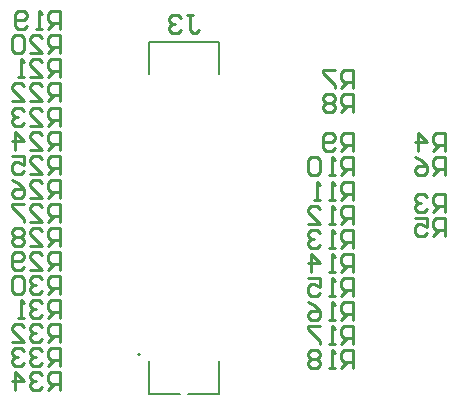
<source format=gbo>
G04*
G04 #@! TF.GenerationSoftware,Altium Limited,Altium Designer,19.0.15 (446)*
G04*
G04 Layer_Color=32896*
%FSLAX43Y43*%
%MOMM*%
G71*
G01*
G75*
%ADD10C,0.200*%
%ADD12C,0.127*%
%ADD14C,0.254*%
D10*
X36300Y26400D02*
G03*
X36300Y26400I-100J0D01*
G01*
D12*
X43000Y23100D02*
Y25830D01*
X40360Y23100D02*
X43000D01*
X37000D02*
X39640D01*
X37000D02*
Y25830D01*
X43000Y50170D02*
Y52900D01*
X37000D02*
X43000D01*
X37000Y50170D02*
Y52900D01*
D14*
X29535Y33602D02*
Y35125D01*
X28773D01*
X28519Y34872D01*
Y34364D01*
X28773Y34110D01*
X29535D01*
X29027D02*
X28519Y33602D01*
X26995D02*
X28011D01*
X26995Y34618D01*
Y34872D01*
X27249Y35125D01*
X27757D01*
X28011Y34872D01*
X26488Y33856D02*
X26234Y33602D01*
X25726D01*
X25472Y33856D01*
Y34872D01*
X25726Y35125D01*
X26234D01*
X26488Y34872D01*
Y34618D01*
X26234Y34364D01*
X25472D01*
X54295Y31392D02*
Y32916D01*
X53533D01*
X53279Y32662D01*
Y32154D01*
X53533Y31900D01*
X54295D01*
X53787D02*
X53279Y31392D01*
X52771D02*
X52264D01*
X52518D01*
Y32916D01*
X52771Y32662D01*
X50486Y32916D02*
X51502D01*
Y32154D01*
X50994Y32408D01*
X50740D01*
X50486Y32154D01*
Y31646D01*
X50740Y31392D01*
X51248D01*
X51502Y31646D01*
X54295Y25281D02*
Y26805D01*
X53534D01*
X53280Y26551D01*
Y26043D01*
X53534Y25789D01*
X54295D01*
X53788D02*
X53280Y25281D01*
X52772D02*
X52264D01*
X52518D01*
Y26805D01*
X52772Y26551D01*
X51502D02*
X51248Y26805D01*
X50741D01*
X50487Y26551D01*
Y26297D01*
X50741Y26043D01*
X50487Y25789D01*
Y25535D01*
X50741Y25281D01*
X51248D01*
X51502Y25535D01*
Y25789D01*
X51248Y26043D01*
X51502Y26297D01*
Y26551D01*
X51248Y26043D02*
X50741D01*
X29535Y45794D02*
Y47318D01*
X28773D01*
X28519Y47064D01*
Y46556D01*
X28773Y46302D01*
X29535D01*
X29027D02*
X28519Y45794D01*
X26996D02*
X28011D01*
X26996Y46810D01*
Y47064D01*
X27250Y47318D01*
X27758D01*
X28011Y47064D01*
X26488D02*
X26234Y47318D01*
X25726D01*
X25472Y47064D01*
Y46810D01*
X25726Y46556D01*
X25980D01*
X25726D01*
X25472Y46302D01*
Y46048D01*
X25726Y45794D01*
X26234D01*
X26488Y46048D01*
X29535Y43762D02*
Y45286D01*
X28773D01*
X28519Y45032D01*
Y44524D01*
X28773Y44270D01*
X29535D01*
X29027D02*
X28519Y43762D01*
X26996D02*
X28011D01*
X26996Y44778D01*
Y45032D01*
X27250Y45286D01*
X27758D01*
X28011Y45032D01*
X25726Y43762D02*
Y45286D01*
X26488Y44524D01*
X25472D01*
X29535Y41730D02*
Y43254D01*
X28773D01*
X28519Y43000D01*
Y42492D01*
X28773Y42238D01*
X29535D01*
X29027D02*
X28519Y41730D01*
X26996D02*
X28011D01*
X26996Y42746D01*
Y43000D01*
X27250Y43254D01*
X27758D01*
X28011Y43000D01*
X25472Y43254D02*
X26488D01*
Y42492D01*
X25980Y42746D01*
X25726D01*
X25472Y42492D01*
Y41984D01*
X25726Y41730D01*
X26234D01*
X26488Y41984D01*
X29535Y39698D02*
Y41222D01*
X28773D01*
X28519Y40968D01*
Y40460D01*
X28773Y40206D01*
X29535D01*
X29027D02*
X28519Y39698D01*
X26996D02*
X28011D01*
X26996Y40714D01*
Y40968D01*
X27250Y41222D01*
X27758D01*
X28011Y40968D01*
X25472Y41222D02*
X25980Y40968D01*
X26488Y40460D01*
Y39952D01*
X26234Y39698D01*
X25726D01*
X25472Y39952D01*
Y40206D01*
X25726Y40460D01*
X26488D01*
X54295Y37499D02*
Y39023D01*
X53534D01*
X53280Y38769D01*
Y38261D01*
X53534Y38007D01*
X54295D01*
X53788D02*
X53280Y37499D01*
X52772D02*
X52264D01*
X52518D01*
Y39023D01*
X52772Y38769D01*
X50487Y37499D02*
X51502D01*
X50487Y38515D01*
Y38769D01*
X50741Y39023D01*
X51248D01*
X51502Y38769D01*
X54295Y35463D02*
Y36987D01*
X53534D01*
X53280Y36733D01*
Y36225D01*
X53534Y35971D01*
X54295D01*
X53788D02*
X53280Y35463D01*
X52772D02*
X52264D01*
X52518D01*
Y36987D01*
X52772Y36733D01*
X51502D02*
X51248Y36987D01*
X50741D01*
X50487Y36733D01*
Y36479D01*
X50741Y36225D01*
X50995D01*
X50741D01*
X50487Y35971D01*
Y35717D01*
X50741Y35463D01*
X51248D01*
X51502Y35717D01*
X54295Y33427D02*
Y34951D01*
X53534D01*
X53280Y34697D01*
Y34189D01*
X53534Y33935D01*
X54295D01*
X53788D02*
X53280Y33427D01*
X52772D02*
X52264D01*
X52518D01*
Y34951D01*
X52772Y34697D01*
X50741Y33427D02*
Y34951D01*
X51502Y34189D01*
X50487D01*
X54295Y43607D02*
Y45131D01*
X53534D01*
X53280Y44877D01*
Y44369D01*
X53534Y44115D01*
X54295D01*
X53788D02*
X53280Y43607D01*
X52772Y43861D02*
X52518Y43607D01*
X52010D01*
X51756Y43861D01*
Y44877D01*
X52010Y45131D01*
X52518D01*
X52772Y44877D01*
Y44623D01*
X52518Y44369D01*
X51756D01*
X54295Y41571D02*
Y43095D01*
X53534D01*
X53280Y42841D01*
Y42333D01*
X53534Y42079D01*
X54295D01*
X53788D02*
X53280Y41571D01*
X52772D02*
X52264D01*
X52518D01*
Y43095D01*
X52772Y42841D01*
X51502D02*
X51248Y43095D01*
X50741D01*
X50487Y42841D01*
Y41825D01*
X50741Y41571D01*
X51248D01*
X51502Y41825D01*
Y42841D01*
X54295Y39535D02*
Y41059D01*
X53534D01*
X53280Y40805D01*
Y40297D01*
X53534Y40043D01*
X54295D01*
X53788D02*
X53280Y39535D01*
X52772D02*
X52264D01*
X52518D01*
Y41059D01*
X52772Y40805D01*
X51502Y39535D02*
X50995D01*
X51248D01*
Y41059D01*
X51502Y40805D01*
X54295Y48983D02*
Y50507D01*
X53534D01*
X53280Y50253D01*
Y49745D01*
X53534Y49491D01*
X54295D01*
X53788D02*
X53280Y48983D01*
X52772Y50507D02*
X51756D01*
Y50253D01*
X52772Y49237D01*
Y48983D01*
X54295Y46947D02*
Y48471D01*
X53534D01*
X53280Y48217D01*
Y47709D01*
X53534Y47455D01*
X54295D01*
X53788D02*
X53280Y46947D01*
X52772Y48217D02*
X52518Y48471D01*
X52010D01*
X51756Y48217D01*
Y47963D01*
X52010Y47709D01*
X51756Y47455D01*
Y47201D01*
X52010Y46947D01*
X52518D01*
X52772Y47201D01*
Y47455D01*
X52518Y47709D01*
X52772Y47963D01*
Y48217D01*
X52518Y47709D02*
X52010D01*
X54295Y29355D02*
Y30878D01*
X53534D01*
X53280Y30624D01*
Y30116D01*
X53534Y29862D01*
X54295D01*
X53788D02*
X53280Y29355D01*
X52772D02*
X52264D01*
X52518D01*
Y30878D01*
X52772Y30624D01*
X50487Y30878D02*
X50995Y30624D01*
X51502Y30116D01*
Y29609D01*
X51248Y29355D01*
X50741D01*
X50487Y29609D01*
Y29862D01*
X50741Y30116D01*
X51502D01*
X54295Y27318D02*
Y28842D01*
X53534D01*
X53280Y28588D01*
Y28080D01*
X53534Y27826D01*
X54295D01*
X53788D02*
X53280Y27318D01*
X52772D02*
X52264D01*
X52518D01*
Y28842D01*
X52772Y28588D01*
X51502Y28842D02*
X50487D01*
Y28588D01*
X51502Y27572D01*
Y27318D01*
X29535Y37666D02*
Y39189D01*
X28773D01*
X28519Y38936D01*
Y38428D01*
X28773Y38174D01*
X29535D01*
X29027D02*
X28519Y37666D01*
X26995D02*
X28011D01*
X26995Y38682D01*
Y38936D01*
X27249Y39189D01*
X27757D01*
X28011Y38936D01*
X26488Y39189D02*
X25472D01*
Y38936D01*
X26488Y37920D01*
Y37666D01*
X29535Y35634D02*
Y37158D01*
X28773D01*
X28519Y36904D01*
Y36396D01*
X28773Y36142D01*
X29535D01*
X29027D02*
X28519Y35634D01*
X26995D02*
X28011D01*
X26995Y36650D01*
Y36904D01*
X27249Y37158D01*
X27757D01*
X28011Y36904D01*
X26488D02*
X26234Y37158D01*
X25726D01*
X25472Y36904D01*
Y36650D01*
X25726Y36396D01*
X25472Y36142D01*
Y35888D01*
X25726Y35634D01*
X26234D01*
X26488Y35888D01*
Y36142D01*
X26234Y36396D01*
X26488Y36650D01*
Y36904D01*
X26234Y36396D02*
X25726D01*
X29535Y31570D02*
Y33094D01*
X28773D01*
X28519Y32840D01*
Y32332D01*
X28773Y32078D01*
X29535D01*
X29027D02*
X28519Y31570D01*
X28011Y32840D02*
X27757Y33094D01*
X27249D01*
X26995Y32840D01*
Y32586D01*
X27249Y32332D01*
X27503D01*
X27249D01*
X26995Y32078D01*
Y31824D01*
X27249Y31570D01*
X27757D01*
X28011Y31824D01*
X26488Y32840D02*
X26234Y33094D01*
X25726D01*
X25472Y32840D01*
Y31824D01*
X25726Y31570D01*
X26234D01*
X26488Y31824D01*
Y32840D01*
X29535Y29538D02*
Y31062D01*
X28773D01*
X28519Y30808D01*
Y30300D01*
X28773Y30046D01*
X29535D01*
X29027D02*
X28519Y29538D01*
X28011Y30808D02*
X27757Y31062D01*
X27249D01*
X26995Y30808D01*
Y30554D01*
X27249Y30300D01*
X27503D01*
X27249D01*
X26995Y30046D01*
Y29792D01*
X27249Y29538D01*
X27757D01*
X28011Y29792D01*
X26488Y29538D02*
X25980D01*
X26234D01*
Y31062D01*
X26488Y30808D01*
X29535Y27506D02*
Y29030D01*
X28773D01*
X28519Y28776D01*
Y28268D01*
X28773Y28014D01*
X29535D01*
X29027D02*
X28519Y27506D01*
X28011Y28776D02*
X27757Y29030D01*
X27249D01*
X26995Y28776D01*
Y28522D01*
X27249Y28268D01*
X27503D01*
X27249D01*
X26995Y28014D01*
Y27760D01*
X27249Y27506D01*
X27757D01*
X28011Y27760D01*
X25472Y27506D02*
X26488D01*
X25472Y28522D01*
Y28776D01*
X25726Y29030D01*
X26234D01*
X26488Y28776D01*
X29535Y25474D02*
Y26998D01*
X28773D01*
X28519Y26744D01*
Y26236D01*
X28773Y25982D01*
X29535D01*
X29027D02*
X28519Y25474D01*
X28011Y26744D02*
X27757Y26998D01*
X27249D01*
X26995Y26744D01*
Y26490D01*
X27249Y26236D01*
X27503D01*
X27249D01*
X26995Y25982D01*
Y25728D01*
X27249Y25474D01*
X27757D01*
X28011Y25728D01*
X26488Y26744D02*
X26234Y26998D01*
X25726D01*
X25472Y26744D01*
Y26490D01*
X25726Y26236D01*
X25980D01*
X25726D01*
X25472Y25982D01*
Y25728D01*
X25726Y25474D01*
X26234D01*
X26488Y25728D01*
X29535Y23442D02*
Y24966D01*
X28773D01*
X28519Y24712D01*
Y24204D01*
X28773Y23950D01*
X29535D01*
X29027D02*
X28519Y23442D01*
X28011Y24712D02*
X27757Y24966D01*
X27249D01*
X26995Y24712D01*
Y24458D01*
X27249Y24204D01*
X27503D01*
X27249D01*
X26995Y23950D01*
Y23696D01*
X27249Y23442D01*
X27757D01*
X28011Y23696D01*
X25726Y23442D02*
Y24966D01*
X26488Y24204D01*
X25472D01*
X29535Y53954D02*
Y55478D01*
X28773D01*
X28519Y55224D01*
Y54716D01*
X28773Y54462D01*
X29535D01*
X29027D02*
X28519Y53954D01*
X28011D02*
X27503D01*
X27757D01*
Y55478D01*
X28011Y55224D01*
X26741Y54208D02*
X26488Y53954D01*
X25980D01*
X25726Y54208D01*
Y55224D01*
X25980Y55478D01*
X26488D01*
X26741Y55224D01*
Y54970D01*
X26488Y54716D01*
X25726D01*
X29535Y51918D02*
Y53442D01*
X28773D01*
X28519Y53188D01*
Y52680D01*
X28773Y52426D01*
X29535D01*
X29027D02*
X28519Y51918D01*
X26995D02*
X28011D01*
X26995Y52934D01*
Y53188D01*
X27249Y53442D01*
X27757D01*
X28011Y53188D01*
X26488D02*
X26234Y53442D01*
X25726D01*
X25472Y53188D01*
Y52172D01*
X25726Y51918D01*
X26234D01*
X26488Y52172D01*
Y53188D01*
X29535Y49882D02*
Y51406D01*
X28773D01*
X28519Y51152D01*
Y50644D01*
X28773Y50390D01*
X29535D01*
X29027D02*
X28519Y49882D01*
X26995D02*
X28011D01*
X26995Y50898D01*
Y51152D01*
X27249Y51406D01*
X27757D01*
X28011Y51152D01*
X26488Y49882D02*
X25980D01*
X26234D01*
Y51406D01*
X26488Y51152D01*
X29535Y47846D02*
Y49370D01*
X28773D01*
X28519Y49116D01*
Y48608D01*
X28773Y48354D01*
X29535D01*
X29027D02*
X28519Y47846D01*
X26995D02*
X28011D01*
X26995Y48862D01*
Y49116D01*
X27249Y49370D01*
X27757D01*
X28011Y49116D01*
X25472Y47846D02*
X26488D01*
X25472Y48862D01*
Y49116D01*
X25726Y49370D01*
X26234D01*
X26488Y49116D01*
X62123Y41583D02*
Y43107D01*
X61361D01*
X61107Y42853D01*
Y42345D01*
X61361Y42091D01*
X62123D01*
X61615D02*
X61107Y41583D01*
X59584Y43107D02*
X60092Y42853D01*
X60599Y42345D01*
Y41837D01*
X60346Y41583D01*
X59838D01*
X59584Y41837D01*
Y42091D01*
X59838Y42345D01*
X60599D01*
X62123Y36485D02*
Y38009D01*
X61361D01*
X61107Y37755D01*
Y37247D01*
X61361Y36993D01*
X62123D01*
X61615D02*
X61107Y36485D01*
X59584Y38009D02*
X60599D01*
Y37247D01*
X60092Y37501D01*
X59838D01*
X59584Y37247D01*
Y36739D01*
X59838Y36485D01*
X60346D01*
X60599Y36739D01*
X62123Y43615D02*
Y45139D01*
X61361D01*
X61107Y44885D01*
Y44377D01*
X61361Y44123D01*
X62123D01*
X61615D02*
X61107Y43615D01*
X59838D02*
Y45139D01*
X60599Y44377D01*
X59584D01*
X62123Y38517D02*
Y40041D01*
X61361D01*
X61107Y39787D01*
Y39279D01*
X61361Y39025D01*
X62123D01*
X61615D02*
X61107Y38517D01*
X60599Y39787D02*
X60346Y40041D01*
X59838D01*
X59584Y39787D01*
Y39533D01*
X59838Y39279D01*
X60092D01*
X59838D01*
X59584Y39025D01*
Y38771D01*
X59838Y38517D01*
X60346D01*
X60599Y38771D01*
X40259Y55118D02*
X40767D01*
X40513D01*
Y53848D01*
X40767Y53594D01*
X41021D01*
X41275Y53848D01*
X39751Y54864D02*
X39498Y55118D01*
X38990D01*
X38736Y54864D01*
Y54610D01*
X38990Y54356D01*
X39244D01*
X38990D01*
X38736Y54102D01*
Y53848D01*
X38990Y53594D01*
X39498D01*
X39751Y53848D01*
M02*

</source>
